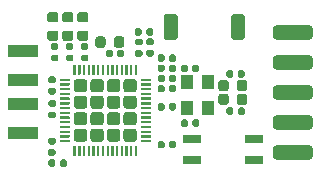
<source format=gbr>
%TF.GenerationSoftware,KiCad,Pcbnew,(5.1.6)-1*%
%TF.CreationDate,2022-01-16T18:26:27+08:00*%
%TF.ProjectId,esp32s2-uart,65737033-3273-4322-9d75-6172742e6b69,rev?*%
%TF.SameCoordinates,Original*%
%TF.FileFunction,Paste,Top*%
%TF.FilePolarity,Positive*%
%FSLAX46Y46*%
G04 Gerber Fmt 4.6, Leading zero omitted, Abs format (unit mm)*
G04 Created by KiCad (PCBNEW (5.1.6)-1) date 2022-01-16 18:26:27*
%MOMM*%
%LPD*%
G01*
G04 APERTURE LIST*
%ADD10R,1.550000X0.800000*%
%ADD11R,2.500000X1.100000*%
%ADD12R,1.000000X1.300000*%
G04 APERTURE END LIST*
D10*
%TO.C,SW1*%
X19523800Y2982800D03*
X24773800Y2982800D03*
X24773800Y1282800D03*
X19523800Y1282800D03*
%TD*%
D11*
%TO.C,J1*%
X5179600Y6010400D03*
X5179600Y8010400D03*
X5179600Y3510400D03*
X5179600Y10510400D03*
%TD*%
%TO.C,R9*%
G36*
G01*
X22420000Y8361900D02*
X22420000Y8706900D01*
G75*
G02*
X22567500Y8854400I147500J0D01*
G01*
X22862500Y8854400D01*
G75*
G02*
X23010000Y8706900I0J-147500D01*
G01*
X23010000Y8361900D01*
G75*
G02*
X22862500Y8214400I-147500J0D01*
G01*
X22567500Y8214400D01*
G75*
G02*
X22420000Y8361900I0J147500D01*
G01*
G37*
G36*
G01*
X23390000Y8361900D02*
X23390000Y8706900D01*
G75*
G02*
X23537500Y8854400I147500J0D01*
G01*
X23832500Y8854400D01*
G75*
G02*
X23980000Y8706900I0J-147500D01*
G01*
X23980000Y8361900D01*
G75*
G02*
X23832500Y8214400I-147500J0D01*
G01*
X23537500Y8214400D01*
G75*
G02*
X23390000Y8361900I0J147500D01*
G01*
G37*
%TD*%
%TO.C,R8*%
G36*
G01*
X22420000Y5202500D02*
X22420000Y5547500D01*
G75*
G02*
X22567500Y5695000I147500J0D01*
G01*
X22862500Y5695000D01*
G75*
G02*
X23010000Y5547500I0J-147500D01*
G01*
X23010000Y5202500D01*
G75*
G02*
X22862500Y5055000I-147500J0D01*
G01*
X22567500Y5055000D01*
G75*
G02*
X22420000Y5202500I0J147500D01*
G01*
G37*
G36*
G01*
X23390000Y5202500D02*
X23390000Y5547500D01*
G75*
G02*
X23537500Y5695000I147500J0D01*
G01*
X23832500Y5695000D01*
G75*
G02*
X23980000Y5547500I0J-147500D01*
G01*
X23980000Y5202500D01*
G75*
G02*
X23832500Y5055000I-147500J0D01*
G01*
X23537500Y5055000D01*
G75*
G02*
X23390000Y5202500I0J147500D01*
G01*
G37*
%TD*%
%TO.C,R4*%
G36*
G01*
X9316500Y9583200D02*
X8971500Y9583200D01*
G75*
G02*
X8824000Y9730700I0J147500D01*
G01*
X8824000Y10025700D01*
G75*
G02*
X8971500Y10173200I147500J0D01*
G01*
X9316500Y10173200D01*
G75*
G02*
X9464000Y10025700I0J-147500D01*
G01*
X9464000Y9730700D01*
G75*
G02*
X9316500Y9583200I-147500J0D01*
G01*
G37*
G36*
G01*
X9316500Y10553200D02*
X8971500Y10553200D01*
G75*
G02*
X8824000Y10700700I0J147500D01*
G01*
X8824000Y10995700D01*
G75*
G02*
X8971500Y11143200I147500J0D01*
G01*
X9316500Y11143200D01*
G75*
G02*
X9464000Y10995700I0J-147500D01*
G01*
X9464000Y10700700D01*
G75*
G02*
X9316500Y10553200I-147500J0D01*
G01*
G37*
%TD*%
%TO.C,R3*%
G36*
G01*
X10586500Y9583200D02*
X10241500Y9583200D01*
G75*
G02*
X10094000Y9730700I0J147500D01*
G01*
X10094000Y10025700D01*
G75*
G02*
X10241500Y10173200I147500J0D01*
G01*
X10586500Y10173200D01*
G75*
G02*
X10734000Y10025700I0J-147500D01*
G01*
X10734000Y9730700D01*
G75*
G02*
X10586500Y9583200I-147500J0D01*
G01*
G37*
G36*
G01*
X10586500Y10553200D02*
X10241500Y10553200D01*
G75*
G02*
X10094000Y10700700I0J147500D01*
G01*
X10094000Y10995700D01*
G75*
G02*
X10241500Y11143200I147500J0D01*
G01*
X10586500Y11143200D01*
G75*
G02*
X10734000Y10995700I0J-147500D01*
G01*
X10734000Y10700700D01*
G75*
G02*
X10586500Y10553200I-147500J0D01*
G01*
G37*
%TD*%
%TO.C,J3*%
G36*
G01*
X26356000Y11739600D02*
X26356000Y12339600D01*
G75*
G02*
X26656000Y12639600I300000J0D01*
G01*
X29456000Y12639600D01*
G75*
G02*
X29756000Y12339600I0J-300000D01*
G01*
X29756000Y11739600D01*
G75*
G02*
X29456000Y11439600I-300000J0D01*
G01*
X26656000Y11439600D01*
G75*
G02*
X26356000Y11739600I0J300000D01*
G01*
G37*
G36*
G01*
X26356000Y9199600D02*
X26356000Y9799600D01*
G75*
G02*
X26656000Y10099600I300000J0D01*
G01*
X29456000Y10099600D01*
G75*
G02*
X29756000Y9799600I0J-300000D01*
G01*
X29756000Y9199600D01*
G75*
G02*
X29456000Y8899600I-300000J0D01*
G01*
X26656000Y8899600D01*
G75*
G02*
X26356000Y9199600I0J300000D01*
G01*
G37*
G36*
G01*
X26356000Y6659600D02*
X26356000Y7259600D01*
G75*
G02*
X26656000Y7559600I300000J0D01*
G01*
X29456000Y7559600D01*
G75*
G02*
X29756000Y7259600I0J-300000D01*
G01*
X29756000Y6659600D01*
G75*
G02*
X29456000Y6359600I-300000J0D01*
G01*
X26656000Y6359600D01*
G75*
G02*
X26356000Y6659600I0J300000D01*
G01*
G37*
G36*
G01*
X26356000Y4119600D02*
X26356000Y4719600D01*
G75*
G02*
X26656000Y5019600I300000J0D01*
G01*
X29456000Y5019600D01*
G75*
G02*
X29756000Y4719600I0J-300000D01*
G01*
X29756000Y4119600D01*
G75*
G02*
X29456000Y3819600I-300000J0D01*
G01*
X26656000Y3819600D01*
G75*
G02*
X26356000Y4119600I0J300000D01*
G01*
G37*
G36*
G01*
X26356000Y1579600D02*
X26356000Y2179600D01*
G75*
G02*
X26656000Y2479600I300000J0D01*
G01*
X29456000Y2479600D01*
G75*
G02*
X29756000Y2179600I0J-300000D01*
G01*
X29756000Y1579600D01*
G75*
G02*
X29456000Y1279600I-300000J0D01*
G01*
X26656000Y1279600D01*
G75*
G02*
X26356000Y1579600I0J300000D01*
G01*
G37*
%TD*%
%TO.C,D2*%
G36*
G01*
X8735350Y13765400D02*
X9247850Y13765400D01*
G75*
G02*
X9466600Y13546650I0J-218750D01*
G01*
X9466600Y13109150D01*
G75*
G02*
X9247850Y12890400I-218750J0D01*
G01*
X8735350Y12890400D01*
G75*
G02*
X8516600Y13109150I0J218750D01*
G01*
X8516600Y13546650D01*
G75*
G02*
X8735350Y13765400I218750J0D01*
G01*
G37*
G36*
G01*
X8735350Y12190400D02*
X9247850Y12190400D01*
G75*
G02*
X9466600Y11971650I0J-218750D01*
G01*
X9466600Y11534150D01*
G75*
G02*
X9247850Y11315400I-218750J0D01*
G01*
X8735350Y11315400D01*
G75*
G02*
X8516600Y11534150I0J218750D01*
G01*
X8516600Y11971650D01*
G75*
G02*
X8735350Y12190400I218750J0D01*
G01*
G37*
%TD*%
%TO.C,D1*%
G36*
G01*
X10005350Y13772600D02*
X10517850Y13772600D01*
G75*
G02*
X10736600Y13553850I0J-218750D01*
G01*
X10736600Y13116350D01*
G75*
G02*
X10517850Y12897600I-218750J0D01*
G01*
X10005350Y12897600D01*
G75*
G02*
X9786600Y13116350I0J218750D01*
G01*
X9786600Y13553850D01*
G75*
G02*
X10005350Y13772600I218750J0D01*
G01*
G37*
G36*
G01*
X10005350Y12197600D02*
X10517850Y12197600D01*
G75*
G02*
X10736600Y11978850I0J-218750D01*
G01*
X10736600Y11541350D01*
G75*
G02*
X10517850Y11322600I-218750J0D01*
G01*
X10005350Y11322600D01*
G75*
G02*
X9786600Y11541350I0J218750D01*
G01*
X9786600Y11978850D01*
G75*
G02*
X10005350Y12197600I218750J0D01*
G01*
G37*
%TD*%
%TO.C,C10*%
G36*
G01*
X20134800Y4541300D02*
X20134800Y4196300D01*
G75*
G02*
X19987300Y4048800I-147500J0D01*
G01*
X19692300Y4048800D01*
G75*
G02*
X19544800Y4196300I0J147500D01*
G01*
X19544800Y4541300D01*
G75*
G02*
X19692300Y4688800I147500J0D01*
G01*
X19987300Y4688800D01*
G75*
G02*
X20134800Y4541300I0J-147500D01*
G01*
G37*
G36*
G01*
X19164800Y4541300D02*
X19164800Y4196300D01*
G75*
G02*
X19017300Y4048800I-147500J0D01*
G01*
X18722300Y4048800D01*
G75*
G02*
X18574800Y4196300I0J147500D01*
G01*
X18574800Y4541300D01*
G75*
G02*
X18722300Y4688800I147500J0D01*
G01*
X19017300Y4688800D01*
G75*
G02*
X19164800Y4541300I0J-147500D01*
G01*
G37*
%TD*%
%TO.C,C8*%
G36*
G01*
X18574800Y8819100D02*
X18574800Y9164100D01*
G75*
G02*
X18722300Y9311600I147500J0D01*
G01*
X19017300Y9311600D01*
G75*
G02*
X19164800Y9164100I0J-147500D01*
G01*
X19164800Y8819100D01*
G75*
G02*
X19017300Y8671600I-147500J0D01*
G01*
X18722300Y8671600D01*
G75*
G02*
X18574800Y8819100I0J147500D01*
G01*
G37*
G36*
G01*
X19544800Y8819100D02*
X19544800Y9164100D01*
G75*
G02*
X19692300Y9311600I147500J0D01*
G01*
X19987300Y9311600D01*
G75*
G02*
X20134800Y9164100I0J-147500D01*
G01*
X20134800Y8819100D01*
G75*
G02*
X19987300Y8671600I-147500J0D01*
G01*
X19692300Y8671600D01*
G75*
G02*
X19544800Y8819100I0J147500D01*
G01*
G37*
%TD*%
%TO.C,AE1*%
G36*
G01*
X17102000Y11652599D02*
X17102000Y13352601D01*
G75*
G02*
X17351999Y13602600I249999J0D01*
G01*
X18052001Y13602600D01*
G75*
G02*
X18302000Y13352601I0J-249999D01*
G01*
X18302000Y11652599D01*
G75*
G02*
X18052001Y11402600I-249999J0D01*
G01*
X17351999Y11402600D01*
G75*
G02*
X17102000Y11652599I0J249999D01*
G01*
G37*
G36*
G01*
X22802000Y11652599D02*
X22802000Y13352601D01*
G75*
G02*
X23051999Y13602600I249999J0D01*
G01*
X23752001Y13602600D01*
G75*
G02*
X24002000Y13352601I0J-249999D01*
G01*
X24002000Y11652599D01*
G75*
G02*
X23752001Y11402600I-249999J0D01*
G01*
X23051999Y11402600D01*
G75*
G02*
X22802000Y11652599I0J249999D01*
G01*
G37*
%TD*%
D12*
%TO.C,Y1*%
X20864400Y5605600D03*
X20864400Y7805600D03*
X19064400Y7805600D03*
X19064400Y5605600D03*
%TD*%
%TO.C,U3*%
G36*
G01*
X14720000Y9311599D02*
X14820000Y9311599D01*
G75*
G02*
X14870000Y9261599I0J-50000D01*
G01*
X14870000Y8486599D01*
G75*
G02*
X14820000Y8436599I-50000J0D01*
G01*
X14720000Y8436599D01*
G75*
G02*
X14670000Y8486599I0J50000D01*
G01*
X14670000Y9261599D01*
G75*
G02*
X14720000Y9311599I50000J0D01*
G01*
G37*
G36*
G01*
X14320000Y9311599D02*
X14420000Y9311599D01*
G75*
G02*
X14470000Y9261599I0J-50000D01*
G01*
X14470000Y8486599D01*
G75*
G02*
X14420000Y8436599I-50000J0D01*
G01*
X14320000Y8436599D01*
G75*
G02*
X14270000Y8486599I0J50000D01*
G01*
X14270000Y9261599D01*
G75*
G02*
X14320000Y9311599I50000J0D01*
G01*
G37*
G36*
G01*
X13920000Y9311599D02*
X14020000Y9311599D01*
G75*
G02*
X14070000Y9261599I0J-50000D01*
G01*
X14070000Y8486599D01*
G75*
G02*
X14020000Y8436599I-50000J0D01*
G01*
X13920000Y8436599D01*
G75*
G02*
X13870000Y8486599I0J50000D01*
G01*
X13870000Y9261599D01*
G75*
G02*
X13920000Y9311599I50000J0D01*
G01*
G37*
G36*
G01*
X13520000Y9311599D02*
X13620000Y9311599D01*
G75*
G02*
X13670000Y9261599I0J-50000D01*
G01*
X13670000Y8486599D01*
G75*
G02*
X13620000Y8436599I-50000J0D01*
G01*
X13520000Y8436599D01*
G75*
G02*
X13470000Y8486599I0J50000D01*
G01*
X13470000Y9261599D01*
G75*
G02*
X13520000Y9311599I50000J0D01*
G01*
G37*
G36*
G01*
X13120000Y9311599D02*
X13220000Y9311599D01*
G75*
G02*
X13270000Y9261599I0J-50000D01*
G01*
X13270000Y8486599D01*
G75*
G02*
X13220000Y8436599I-50000J0D01*
G01*
X13120000Y8436599D01*
G75*
G02*
X13070000Y8486599I0J50000D01*
G01*
X13070000Y9261599D01*
G75*
G02*
X13120000Y9311599I50000J0D01*
G01*
G37*
G36*
G01*
X12720000Y9311599D02*
X12820000Y9311599D01*
G75*
G02*
X12870000Y9261599I0J-50000D01*
G01*
X12870000Y8486599D01*
G75*
G02*
X12820000Y8436599I-50000J0D01*
G01*
X12720000Y8436599D01*
G75*
G02*
X12670000Y8486599I0J50000D01*
G01*
X12670000Y9261599D01*
G75*
G02*
X12720000Y9311599I50000J0D01*
G01*
G37*
G36*
G01*
X12320000Y9311599D02*
X12420000Y9311599D01*
G75*
G02*
X12470000Y9261599I0J-50000D01*
G01*
X12470000Y8486599D01*
G75*
G02*
X12420000Y8436599I-50000J0D01*
G01*
X12320000Y8436599D01*
G75*
G02*
X12270000Y8486599I0J50000D01*
G01*
X12270000Y9261599D01*
G75*
G02*
X12320000Y9311599I50000J0D01*
G01*
G37*
G36*
G01*
X11920000Y9311599D02*
X12020000Y9311599D01*
G75*
G02*
X12070000Y9261599I0J-50000D01*
G01*
X12070000Y8486599D01*
G75*
G02*
X12020000Y8436599I-50000J0D01*
G01*
X11920000Y8436599D01*
G75*
G02*
X11870000Y8486599I0J50000D01*
G01*
X11870000Y9261599D01*
G75*
G02*
X11920000Y9311599I50000J0D01*
G01*
G37*
G36*
G01*
X11520000Y9311599D02*
X11620000Y9311599D01*
G75*
G02*
X11670000Y9261599I0J-50000D01*
G01*
X11670000Y8486599D01*
G75*
G02*
X11620000Y8436599I-50000J0D01*
G01*
X11520000Y8436599D01*
G75*
G02*
X11470000Y8486599I0J50000D01*
G01*
X11470000Y9261599D01*
G75*
G02*
X11520000Y9311599I50000J0D01*
G01*
G37*
G36*
G01*
X11120000Y9311599D02*
X11220000Y9311599D01*
G75*
G02*
X11270000Y9261599I0J-50000D01*
G01*
X11270000Y8486599D01*
G75*
G02*
X11220000Y8436599I-50000J0D01*
G01*
X11120000Y8436599D01*
G75*
G02*
X11070000Y8486599I0J50000D01*
G01*
X11070000Y9261599D01*
G75*
G02*
X11120000Y9311599I50000J0D01*
G01*
G37*
G36*
G01*
X10720000Y9311599D02*
X10820000Y9311599D01*
G75*
G02*
X10870000Y9261599I0J-50000D01*
G01*
X10870000Y8486599D01*
G75*
G02*
X10820000Y8436599I-50000J0D01*
G01*
X10720000Y8436599D01*
G75*
G02*
X10670000Y8486599I0J50000D01*
G01*
X10670000Y9261599D01*
G75*
G02*
X10720000Y9311599I50000J0D01*
G01*
G37*
G36*
G01*
X10320000Y9311599D02*
X10420000Y9311599D01*
G75*
G02*
X10470000Y9261599I0J-50000D01*
G01*
X10470000Y8486599D01*
G75*
G02*
X10420000Y8436599I-50000J0D01*
G01*
X10320000Y8436599D01*
G75*
G02*
X10270000Y8486599I0J50000D01*
G01*
X10270000Y9261599D01*
G75*
G02*
X10320000Y9311599I50000J0D01*
G01*
G37*
G36*
G01*
X9920000Y9311599D02*
X10020000Y9311599D01*
G75*
G02*
X10070000Y9261599I0J-50000D01*
G01*
X10070000Y8486599D01*
G75*
G02*
X10020000Y8436599I-50000J0D01*
G01*
X9920000Y8436599D01*
G75*
G02*
X9870000Y8486599I0J50000D01*
G01*
X9870000Y9261599D01*
G75*
G02*
X9920000Y9311599I50000J0D01*
G01*
G37*
G36*
G01*
X9520000Y9311599D02*
X9620000Y9311599D01*
G75*
G02*
X9670000Y9261599I0J-50000D01*
G01*
X9670000Y8486599D01*
G75*
G02*
X9620000Y8436599I-50000J0D01*
G01*
X9520000Y8436599D01*
G75*
G02*
X9470000Y8486599I0J50000D01*
G01*
X9470000Y9261599D01*
G75*
G02*
X9520000Y9311599I50000J0D01*
G01*
G37*
G36*
G01*
X8345000Y8136599D02*
X9120000Y8136599D01*
G75*
G02*
X9170000Y8086599I0J-50000D01*
G01*
X9170000Y7986599D01*
G75*
G02*
X9120000Y7936599I-50000J0D01*
G01*
X8345000Y7936599D01*
G75*
G02*
X8295000Y7986599I0J50000D01*
G01*
X8295000Y8086599D01*
G75*
G02*
X8345000Y8136599I50000J0D01*
G01*
G37*
G36*
G01*
X8345000Y7736599D02*
X9120000Y7736599D01*
G75*
G02*
X9170000Y7686599I0J-50000D01*
G01*
X9170000Y7586599D01*
G75*
G02*
X9120000Y7536599I-50000J0D01*
G01*
X8345000Y7536599D01*
G75*
G02*
X8295000Y7586599I0J50000D01*
G01*
X8295000Y7686599D01*
G75*
G02*
X8345000Y7736599I50000J0D01*
G01*
G37*
G36*
G01*
X8345000Y7336599D02*
X9120000Y7336599D01*
G75*
G02*
X9170000Y7286599I0J-50000D01*
G01*
X9170000Y7186599D01*
G75*
G02*
X9120000Y7136599I-50000J0D01*
G01*
X8345000Y7136599D01*
G75*
G02*
X8295000Y7186599I0J50000D01*
G01*
X8295000Y7286599D01*
G75*
G02*
X8345000Y7336599I50000J0D01*
G01*
G37*
G36*
G01*
X8345000Y6936599D02*
X9120000Y6936599D01*
G75*
G02*
X9170000Y6886599I0J-50000D01*
G01*
X9170000Y6786599D01*
G75*
G02*
X9120000Y6736599I-50000J0D01*
G01*
X8345000Y6736599D01*
G75*
G02*
X8295000Y6786599I0J50000D01*
G01*
X8295000Y6886599D01*
G75*
G02*
X8345000Y6936599I50000J0D01*
G01*
G37*
G36*
G01*
X8345000Y6536599D02*
X9120000Y6536599D01*
G75*
G02*
X9170000Y6486599I0J-50000D01*
G01*
X9170000Y6386599D01*
G75*
G02*
X9120000Y6336599I-50000J0D01*
G01*
X8345000Y6336599D01*
G75*
G02*
X8295000Y6386599I0J50000D01*
G01*
X8295000Y6486599D01*
G75*
G02*
X8345000Y6536599I50000J0D01*
G01*
G37*
G36*
G01*
X8345000Y6136599D02*
X9120000Y6136599D01*
G75*
G02*
X9170000Y6086599I0J-50000D01*
G01*
X9170000Y5986599D01*
G75*
G02*
X9120000Y5936599I-50000J0D01*
G01*
X8345000Y5936599D01*
G75*
G02*
X8295000Y5986599I0J50000D01*
G01*
X8295000Y6086599D01*
G75*
G02*
X8345000Y6136599I50000J0D01*
G01*
G37*
G36*
G01*
X8345000Y5736599D02*
X9120000Y5736599D01*
G75*
G02*
X9170000Y5686599I0J-50000D01*
G01*
X9170000Y5586599D01*
G75*
G02*
X9120000Y5536599I-50000J0D01*
G01*
X8345000Y5536599D01*
G75*
G02*
X8295000Y5586599I0J50000D01*
G01*
X8295000Y5686599D01*
G75*
G02*
X8345000Y5736599I50000J0D01*
G01*
G37*
G36*
G01*
X8345000Y5336599D02*
X9120000Y5336599D01*
G75*
G02*
X9170000Y5286599I0J-50000D01*
G01*
X9170000Y5186599D01*
G75*
G02*
X9120000Y5136599I-50000J0D01*
G01*
X8345000Y5136599D01*
G75*
G02*
X8295000Y5186599I0J50000D01*
G01*
X8295000Y5286599D01*
G75*
G02*
X8345000Y5336599I50000J0D01*
G01*
G37*
G36*
G01*
X8345000Y4936599D02*
X9120000Y4936599D01*
G75*
G02*
X9170000Y4886599I0J-50000D01*
G01*
X9170000Y4786599D01*
G75*
G02*
X9120000Y4736599I-50000J0D01*
G01*
X8345000Y4736599D01*
G75*
G02*
X8295000Y4786599I0J50000D01*
G01*
X8295000Y4886599D01*
G75*
G02*
X8345000Y4936599I50000J0D01*
G01*
G37*
G36*
G01*
X8345000Y4536599D02*
X9120000Y4536599D01*
G75*
G02*
X9170000Y4486599I0J-50000D01*
G01*
X9170000Y4386599D01*
G75*
G02*
X9120000Y4336599I-50000J0D01*
G01*
X8345000Y4336599D01*
G75*
G02*
X8295000Y4386599I0J50000D01*
G01*
X8295000Y4486599D01*
G75*
G02*
X8345000Y4536599I50000J0D01*
G01*
G37*
G36*
G01*
X8345000Y4136599D02*
X9120000Y4136599D01*
G75*
G02*
X9170000Y4086599I0J-50000D01*
G01*
X9170000Y3986599D01*
G75*
G02*
X9120000Y3936599I-50000J0D01*
G01*
X8345000Y3936599D01*
G75*
G02*
X8295000Y3986599I0J50000D01*
G01*
X8295000Y4086599D01*
G75*
G02*
X8345000Y4136599I50000J0D01*
G01*
G37*
G36*
G01*
X8345000Y3736599D02*
X9120000Y3736599D01*
G75*
G02*
X9170000Y3686599I0J-50000D01*
G01*
X9170000Y3586599D01*
G75*
G02*
X9120000Y3536599I-50000J0D01*
G01*
X8345000Y3536599D01*
G75*
G02*
X8295000Y3586599I0J50000D01*
G01*
X8295000Y3686599D01*
G75*
G02*
X8345000Y3736599I50000J0D01*
G01*
G37*
G36*
G01*
X8345000Y3336599D02*
X9120000Y3336599D01*
G75*
G02*
X9170000Y3286599I0J-50000D01*
G01*
X9170000Y3186599D01*
G75*
G02*
X9120000Y3136599I-50000J0D01*
G01*
X8345000Y3136599D01*
G75*
G02*
X8295000Y3186599I0J50000D01*
G01*
X8295000Y3286599D01*
G75*
G02*
X8345000Y3336599I50000J0D01*
G01*
G37*
G36*
G01*
X8345000Y2936599D02*
X9120000Y2936599D01*
G75*
G02*
X9170000Y2886599I0J-50000D01*
G01*
X9170000Y2786599D01*
G75*
G02*
X9120000Y2736599I-50000J0D01*
G01*
X8345000Y2736599D01*
G75*
G02*
X8295000Y2786599I0J50000D01*
G01*
X8295000Y2886599D01*
G75*
G02*
X8345000Y2936599I50000J0D01*
G01*
G37*
G36*
G01*
X9520000Y2436599D02*
X9620000Y2436599D01*
G75*
G02*
X9670000Y2386599I0J-50000D01*
G01*
X9670000Y1611599D01*
G75*
G02*
X9620000Y1561599I-50000J0D01*
G01*
X9520000Y1561599D01*
G75*
G02*
X9470000Y1611599I0J50000D01*
G01*
X9470000Y2386599D01*
G75*
G02*
X9520000Y2436599I50000J0D01*
G01*
G37*
G36*
G01*
X9920000Y2436599D02*
X10020000Y2436599D01*
G75*
G02*
X10070000Y2386599I0J-50000D01*
G01*
X10070000Y1611599D01*
G75*
G02*
X10020000Y1561599I-50000J0D01*
G01*
X9920000Y1561599D01*
G75*
G02*
X9870000Y1611599I0J50000D01*
G01*
X9870000Y2386599D01*
G75*
G02*
X9920000Y2436599I50000J0D01*
G01*
G37*
G36*
G01*
X10320000Y2436599D02*
X10420000Y2436599D01*
G75*
G02*
X10470000Y2386599I0J-50000D01*
G01*
X10470000Y1611599D01*
G75*
G02*
X10420000Y1561599I-50000J0D01*
G01*
X10320000Y1561599D01*
G75*
G02*
X10270000Y1611599I0J50000D01*
G01*
X10270000Y2386599D01*
G75*
G02*
X10320000Y2436599I50000J0D01*
G01*
G37*
G36*
G01*
X10720000Y2436599D02*
X10820000Y2436599D01*
G75*
G02*
X10870000Y2386599I0J-50000D01*
G01*
X10870000Y1611599D01*
G75*
G02*
X10820000Y1561599I-50000J0D01*
G01*
X10720000Y1561599D01*
G75*
G02*
X10670000Y1611599I0J50000D01*
G01*
X10670000Y2386599D01*
G75*
G02*
X10720000Y2436599I50000J0D01*
G01*
G37*
G36*
G01*
X11120000Y2436599D02*
X11220000Y2436599D01*
G75*
G02*
X11270000Y2386599I0J-50000D01*
G01*
X11270000Y1611599D01*
G75*
G02*
X11220000Y1561599I-50000J0D01*
G01*
X11120000Y1561599D01*
G75*
G02*
X11070000Y1611599I0J50000D01*
G01*
X11070000Y2386599D01*
G75*
G02*
X11120000Y2436599I50000J0D01*
G01*
G37*
G36*
G01*
X11520000Y2436599D02*
X11620000Y2436599D01*
G75*
G02*
X11670000Y2386599I0J-50000D01*
G01*
X11670000Y1611599D01*
G75*
G02*
X11620000Y1561599I-50000J0D01*
G01*
X11520000Y1561599D01*
G75*
G02*
X11470000Y1611599I0J50000D01*
G01*
X11470000Y2386599D01*
G75*
G02*
X11520000Y2436599I50000J0D01*
G01*
G37*
G36*
G01*
X11920000Y2436599D02*
X12020000Y2436599D01*
G75*
G02*
X12070000Y2386599I0J-50000D01*
G01*
X12070000Y1611599D01*
G75*
G02*
X12020000Y1561599I-50000J0D01*
G01*
X11920000Y1561599D01*
G75*
G02*
X11870000Y1611599I0J50000D01*
G01*
X11870000Y2386599D01*
G75*
G02*
X11920000Y2436599I50000J0D01*
G01*
G37*
G36*
G01*
X12320000Y2436599D02*
X12420000Y2436599D01*
G75*
G02*
X12470000Y2386599I0J-50000D01*
G01*
X12470000Y1611599D01*
G75*
G02*
X12420000Y1561599I-50000J0D01*
G01*
X12320000Y1561599D01*
G75*
G02*
X12270000Y1611599I0J50000D01*
G01*
X12270000Y2386599D01*
G75*
G02*
X12320000Y2436599I50000J0D01*
G01*
G37*
G36*
G01*
X12720000Y2436599D02*
X12820000Y2436599D01*
G75*
G02*
X12870000Y2386599I0J-50000D01*
G01*
X12870000Y1611599D01*
G75*
G02*
X12820000Y1561599I-50000J0D01*
G01*
X12720000Y1561599D01*
G75*
G02*
X12670000Y1611599I0J50000D01*
G01*
X12670000Y2386599D01*
G75*
G02*
X12720000Y2436599I50000J0D01*
G01*
G37*
G36*
G01*
X13120000Y2436599D02*
X13220000Y2436599D01*
G75*
G02*
X13270000Y2386599I0J-50000D01*
G01*
X13270000Y1611599D01*
G75*
G02*
X13220000Y1561599I-50000J0D01*
G01*
X13120000Y1561599D01*
G75*
G02*
X13070000Y1611599I0J50000D01*
G01*
X13070000Y2386599D01*
G75*
G02*
X13120000Y2436599I50000J0D01*
G01*
G37*
G36*
G01*
X13520000Y2436599D02*
X13620000Y2436599D01*
G75*
G02*
X13670000Y2386599I0J-50000D01*
G01*
X13670000Y1611599D01*
G75*
G02*
X13620000Y1561599I-50000J0D01*
G01*
X13520000Y1561599D01*
G75*
G02*
X13470000Y1611599I0J50000D01*
G01*
X13470000Y2386599D01*
G75*
G02*
X13520000Y2436599I50000J0D01*
G01*
G37*
G36*
G01*
X13920000Y2436599D02*
X14020000Y2436599D01*
G75*
G02*
X14070000Y2386599I0J-50000D01*
G01*
X14070000Y1611599D01*
G75*
G02*
X14020000Y1561599I-50000J0D01*
G01*
X13920000Y1561599D01*
G75*
G02*
X13870000Y1611599I0J50000D01*
G01*
X13870000Y2386599D01*
G75*
G02*
X13920000Y2436599I50000J0D01*
G01*
G37*
G36*
G01*
X14320000Y2436599D02*
X14420000Y2436599D01*
G75*
G02*
X14470000Y2386599I0J-50000D01*
G01*
X14470000Y1611599D01*
G75*
G02*
X14420000Y1561599I-50000J0D01*
G01*
X14320000Y1561599D01*
G75*
G02*
X14270000Y1611599I0J50000D01*
G01*
X14270000Y2386599D01*
G75*
G02*
X14320000Y2436599I50000J0D01*
G01*
G37*
G36*
G01*
X14720000Y2436599D02*
X14820000Y2436599D01*
G75*
G02*
X14870000Y2386599I0J-50000D01*
G01*
X14870000Y1611599D01*
G75*
G02*
X14820000Y1561599I-50000J0D01*
G01*
X14720000Y1561599D01*
G75*
G02*
X14670000Y1611599I0J50000D01*
G01*
X14670000Y2386599D01*
G75*
G02*
X14720000Y2436599I50000J0D01*
G01*
G37*
G36*
G01*
X15220000Y2936599D02*
X15995000Y2936599D01*
G75*
G02*
X16045000Y2886599I0J-50000D01*
G01*
X16045000Y2786599D01*
G75*
G02*
X15995000Y2736599I-50000J0D01*
G01*
X15220000Y2736599D01*
G75*
G02*
X15170000Y2786599I0J50000D01*
G01*
X15170000Y2886599D01*
G75*
G02*
X15220000Y2936599I50000J0D01*
G01*
G37*
G36*
G01*
X15220000Y3336599D02*
X15995000Y3336599D01*
G75*
G02*
X16045000Y3286599I0J-50000D01*
G01*
X16045000Y3186599D01*
G75*
G02*
X15995000Y3136599I-50000J0D01*
G01*
X15220000Y3136599D01*
G75*
G02*
X15170000Y3186599I0J50000D01*
G01*
X15170000Y3286599D01*
G75*
G02*
X15220000Y3336599I50000J0D01*
G01*
G37*
G36*
G01*
X15220000Y3736599D02*
X15995000Y3736599D01*
G75*
G02*
X16045000Y3686599I0J-50000D01*
G01*
X16045000Y3586599D01*
G75*
G02*
X15995000Y3536599I-50000J0D01*
G01*
X15220000Y3536599D01*
G75*
G02*
X15170000Y3586599I0J50000D01*
G01*
X15170000Y3686599D01*
G75*
G02*
X15220000Y3736599I50000J0D01*
G01*
G37*
G36*
G01*
X15220000Y4136599D02*
X15995000Y4136599D01*
G75*
G02*
X16045000Y4086599I0J-50000D01*
G01*
X16045000Y3986599D01*
G75*
G02*
X15995000Y3936599I-50000J0D01*
G01*
X15220000Y3936599D01*
G75*
G02*
X15170000Y3986599I0J50000D01*
G01*
X15170000Y4086599D01*
G75*
G02*
X15220000Y4136599I50000J0D01*
G01*
G37*
G36*
G01*
X15220000Y4536599D02*
X15995000Y4536599D01*
G75*
G02*
X16045000Y4486599I0J-50000D01*
G01*
X16045000Y4386599D01*
G75*
G02*
X15995000Y4336599I-50000J0D01*
G01*
X15220000Y4336599D01*
G75*
G02*
X15170000Y4386599I0J50000D01*
G01*
X15170000Y4486599D01*
G75*
G02*
X15220000Y4536599I50000J0D01*
G01*
G37*
G36*
G01*
X15220000Y4936599D02*
X15995000Y4936599D01*
G75*
G02*
X16045000Y4886599I0J-50000D01*
G01*
X16045000Y4786599D01*
G75*
G02*
X15995000Y4736599I-50000J0D01*
G01*
X15220000Y4736599D01*
G75*
G02*
X15170000Y4786599I0J50000D01*
G01*
X15170000Y4886599D01*
G75*
G02*
X15220000Y4936599I50000J0D01*
G01*
G37*
G36*
G01*
X15220000Y5336599D02*
X15995000Y5336599D01*
G75*
G02*
X16045000Y5286599I0J-50000D01*
G01*
X16045000Y5186599D01*
G75*
G02*
X15995000Y5136599I-50000J0D01*
G01*
X15220000Y5136599D01*
G75*
G02*
X15170000Y5186599I0J50000D01*
G01*
X15170000Y5286599D01*
G75*
G02*
X15220000Y5336599I50000J0D01*
G01*
G37*
G36*
G01*
X15220000Y5736599D02*
X15995000Y5736599D01*
G75*
G02*
X16045000Y5686599I0J-50000D01*
G01*
X16045000Y5586599D01*
G75*
G02*
X15995000Y5536599I-50000J0D01*
G01*
X15220000Y5536599D01*
G75*
G02*
X15170000Y5586599I0J50000D01*
G01*
X15170000Y5686599D01*
G75*
G02*
X15220000Y5736599I50000J0D01*
G01*
G37*
G36*
G01*
X15220000Y6136599D02*
X15995000Y6136599D01*
G75*
G02*
X16045000Y6086599I0J-50000D01*
G01*
X16045000Y5986599D01*
G75*
G02*
X15995000Y5936599I-50000J0D01*
G01*
X15220000Y5936599D01*
G75*
G02*
X15170000Y5986599I0J50000D01*
G01*
X15170000Y6086599D01*
G75*
G02*
X15220000Y6136599I50000J0D01*
G01*
G37*
G36*
G01*
X15220000Y6536599D02*
X15995000Y6536599D01*
G75*
G02*
X16045000Y6486599I0J-50000D01*
G01*
X16045000Y6386599D01*
G75*
G02*
X15995000Y6336599I-50000J0D01*
G01*
X15220000Y6336599D01*
G75*
G02*
X15170000Y6386599I0J50000D01*
G01*
X15170000Y6486599D01*
G75*
G02*
X15220000Y6536599I50000J0D01*
G01*
G37*
G36*
G01*
X15220000Y6936599D02*
X15995000Y6936599D01*
G75*
G02*
X16045000Y6886599I0J-50000D01*
G01*
X16045000Y6786599D01*
G75*
G02*
X15995000Y6736599I-50000J0D01*
G01*
X15220000Y6736599D01*
G75*
G02*
X15170000Y6786599I0J50000D01*
G01*
X15170000Y6886599D01*
G75*
G02*
X15220000Y6936599I50000J0D01*
G01*
G37*
G36*
G01*
X15220000Y7336599D02*
X15995000Y7336599D01*
G75*
G02*
X16045000Y7286599I0J-50000D01*
G01*
X16045000Y7186599D01*
G75*
G02*
X15995000Y7136599I-50000J0D01*
G01*
X15220000Y7136599D01*
G75*
G02*
X15170000Y7186599I0J50000D01*
G01*
X15170000Y7286599D01*
G75*
G02*
X15220000Y7336599I50000J0D01*
G01*
G37*
G36*
G01*
X15220000Y7736599D02*
X15995000Y7736599D01*
G75*
G02*
X16045000Y7686599I0J-50000D01*
G01*
X16045000Y7586599D01*
G75*
G02*
X15995000Y7536599I-50000J0D01*
G01*
X15220000Y7536599D01*
G75*
G02*
X15170000Y7586599I0J50000D01*
G01*
X15170000Y7686599D01*
G75*
G02*
X15220000Y7736599I50000J0D01*
G01*
G37*
G36*
G01*
X15220000Y8136599D02*
X15995000Y8136599D01*
G75*
G02*
X16045000Y8086599I0J-50000D01*
G01*
X16045000Y7986599D01*
G75*
G02*
X15995000Y7936599I-50000J0D01*
G01*
X15220000Y7936599D01*
G75*
G02*
X15170000Y7986599I0J50000D01*
G01*
X15170000Y8086599D01*
G75*
G02*
X15220000Y8136599I50000J0D01*
G01*
G37*
G36*
G01*
X13955000Y8101599D02*
X14585000Y8101599D01*
G75*
G02*
X14835000Y7851599I0J-250000D01*
G01*
X14835000Y7221599D01*
G75*
G02*
X14585000Y6971599I-250000J0D01*
G01*
X13955000Y6971599D01*
G75*
G02*
X13705000Y7221599I0J250000D01*
G01*
X13705000Y7851599D01*
G75*
G02*
X13955000Y8101599I250000J0D01*
G01*
G37*
G36*
G01*
X12555000Y8101599D02*
X13185000Y8101599D01*
G75*
G02*
X13435000Y7851599I0J-250000D01*
G01*
X13435000Y7221599D01*
G75*
G02*
X13185000Y6971599I-250000J0D01*
G01*
X12555000Y6971599D01*
G75*
G02*
X12305000Y7221599I0J250000D01*
G01*
X12305000Y7851599D01*
G75*
G02*
X12555000Y8101599I250000J0D01*
G01*
G37*
G36*
G01*
X11155000Y8101599D02*
X11785000Y8101599D01*
G75*
G02*
X12035000Y7851599I0J-250000D01*
G01*
X12035000Y7221599D01*
G75*
G02*
X11785000Y6971599I-250000J0D01*
G01*
X11155000Y6971599D01*
G75*
G02*
X10905000Y7221599I0J250000D01*
G01*
X10905000Y7851599D01*
G75*
G02*
X11155000Y8101599I250000J0D01*
G01*
G37*
G36*
G01*
X9755000Y8101599D02*
X10385000Y8101599D01*
G75*
G02*
X10635000Y7851599I0J-250000D01*
G01*
X10635000Y7221599D01*
G75*
G02*
X10385000Y6971599I-250000J0D01*
G01*
X9755000Y6971599D01*
G75*
G02*
X9505000Y7221599I0J250000D01*
G01*
X9505000Y7851599D01*
G75*
G02*
X9755000Y8101599I250000J0D01*
G01*
G37*
G36*
G01*
X13955000Y6701599D02*
X14585000Y6701599D01*
G75*
G02*
X14835000Y6451599I0J-250000D01*
G01*
X14835000Y5821599D01*
G75*
G02*
X14585000Y5571599I-250000J0D01*
G01*
X13955000Y5571599D01*
G75*
G02*
X13705000Y5821599I0J250000D01*
G01*
X13705000Y6451599D01*
G75*
G02*
X13955000Y6701599I250000J0D01*
G01*
G37*
G36*
G01*
X12555000Y6701599D02*
X13185000Y6701599D01*
G75*
G02*
X13435000Y6451599I0J-250000D01*
G01*
X13435000Y5821599D01*
G75*
G02*
X13185000Y5571599I-250000J0D01*
G01*
X12555000Y5571599D01*
G75*
G02*
X12305000Y5821599I0J250000D01*
G01*
X12305000Y6451599D01*
G75*
G02*
X12555000Y6701599I250000J0D01*
G01*
G37*
G36*
G01*
X11155000Y6701599D02*
X11785000Y6701599D01*
G75*
G02*
X12035000Y6451599I0J-250000D01*
G01*
X12035000Y5821599D01*
G75*
G02*
X11785000Y5571599I-250000J0D01*
G01*
X11155000Y5571599D01*
G75*
G02*
X10905000Y5821599I0J250000D01*
G01*
X10905000Y6451599D01*
G75*
G02*
X11155000Y6701599I250000J0D01*
G01*
G37*
G36*
G01*
X9755000Y6701599D02*
X10385000Y6701599D01*
G75*
G02*
X10635000Y6451599I0J-250000D01*
G01*
X10635000Y5821599D01*
G75*
G02*
X10385000Y5571599I-250000J0D01*
G01*
X9755000Y5571599D01*
G75*
G02*
X9505000Y5821599I0J250000D01*
G01*
X9505000Y6451599D01*
G75*
G02*
X9755000Y6701599I250000J0D01*
G01*
G37*
G36*
G01*
X13955000Y5301599D02*
X14585000Y5301599D01*
G75*
G02*
X14835000Y5051599I0J-250000D01*
G01*
X14835000Y4421599D01*
G75*
G02*
X14585000Y4171599I-250000J0D01*
G01*
X13955000Y4171599D01*
G75*
G02*
X13705000Y4421599I0J250000D01*
G01*
X13705000Y5051599D01*
G75*
G02*
X13955000Y5301599I250000J0D01*
G01*
G37*
G36*
G01*
X12555000Y5301599D02*
X13185000Y5301599D01*
G75*
G02*
X13435000Y5051599I0J-250000D01*
G01*
X13435000Y4421599D01*
G75*
G02*
X13185000Y4171599I-250000J0D01*
G01*
X12555000Y4171599D01*
G75*
G02*
X12305000Y4421599I0J250000D01*
G01*
X12305000Y5051599D01*
G75*
G02*
X12555000Y5301599I250000J0D01*
G01*
G37*
G36*
G01*
X11155000Y5301599D02*
X11785000Y5301599D01*
G75*
G02*
X12035000Y5051599I0J-250000D01*
G01*
X12035000Y4421599D01*
G75*
G02*
X11785000Y4171599I-250000J0D01*
G01*
X11155000Y4171599D01*
G75*
G02*
X10905000Y4421599I0J250000D01*
G01*
X10905000Y5051599D01*
G75*
G02*
X11155000Y5301599I250000J0D01*
G01*
G37*
G36*
G01*
X9755000Y5301599D02*
X10385000Y5301599D01*
G75*
G02*
X10635000Y5051599I0J-250000D01*
G01*
X10635000Y4421599D01*
G75*
G02*
X10385000Y4171599I-250000J0D01*
G01*
X9755000Y4171599D01*
G75*
G02*
X9505000Y4421599I0J250000D01*
G01*
X9505000Y5051599D01*
G75*
G02*
X9755000Y5301599I250000J0D01*
G01*
G37*
G36*
G01*
X13955000Y3901599D02*
X14585000Y3901599D01*
G75*
G02*
X14835000Y3651599I0J-250000D01*
G01*
X14835000Y3021599D01*
G75*
G02*
X14585000Y2771599I-250000J0D01*
G01*
X13955000Y2771599D01*
G75*
G02*
X13705000Y3021599I0J250000D01*
G01*
X13705000Y3651599D01*
G75*
G02*
X13955000Y3901599I250000J0D01*
G01*
G37*
G36*
G01*
X12555000Y3901599D02*
X13185000Y3901599D01*
G75*
G02*
X13435000Y3651599I0J-250000D01*
G01*
X13435000Y3021599D01*
G75*
G02*
X13185000Y2771599I-250000J0D01*
G01*
X12555000Y2771599D01*
G75*
G02*
X12305000Y3021599I0J250000D01*
G01*
X12305000Y3651599D01*
G75*
G02*
X12555000Y3901599I250000J0D01*
G01*
G37*
G36*
G01*
X11155000Y3901599D02*
X11785000Y3901599D01*
G75*
G02*
X12035000Y3651599I0J-250000D01*
G01*
X12035000Y3021599D01*
G75*
G02*
X11785000Y2771599I-250000J0D01*
G01*
X11155000Y2771599D01*
G75*
G02*
X10905000Y3021599I0J250000D01*
G01*
X10905000Y3651599D01*
G75*
G02*
X11155000Y3901599I250000J0D01*
G01*
G37*
G36*
G01*
X9755000Y3901599D02*
X10385000Y3901599D01*
G75*
G02*
X10635000Y3651599I0J-250000D01*
G01*
X10635000Y3021599D01*
G75*
G02*
X10385000Y2771599I-250000J0D01*
G01*
X9755000Y2771599D01*
G75*
G02*
X9505000Y3021599I0J250000D01*
G01*
X9505000Y3651599D01*
G75*
G02*
X9755000Y3901599I250000J0D01*
G01*
G37*
%TD*%
%TO.C,R7*%
G36*
G01*
X7498300Y6317200D02*
X7843300Y6317200D01*
G75*
G02*
X7990800Y6169700I0J-147500D01*
G01*
X7990800Y5874700D01*
G75*
G02*
X7843300Y5727200I-147500J0D01*
G01*
X7498300Y5727200D01*
G75*
G02*
X7350800Y5874700I0J147500D01*
G01*
X7350800Y6169700D01*
G75*
G02*
X7498300Y6317200I147500J0D01*
G01*
G37*
G36*
G01*
X7498300Y5347200D02*
X7843300Y5347200D01*
G75*
G02*
X7990800Y5199700I0J-147500D01*
G01*
X7990800Y4904700D01*
G75*
G02*
X7843300Y4757200I-147500J0D01*
G01*
X7498300Y4757200D01*
G75*
G02*
X7350800Y4904700I0J147500D01*
G01*
X7350800Y5199700D01*
G75*
G02*
X7498300Y5347200I147500J0D01*
G01*
G37*
%TD*%
%TO.C,R6*%
G36*
G01*
X18153600Y9174260D02*
X18153600Y8829260D01*
G75*
G02*
X18006100Y8681760I-147500J0D01*
G01*
X17711100Y8681760D01*
G75*
G02*
X17563600Y8829260I0J147500D01*
G01*
X17563600Y9174260D01*
G75*
G02*
X17711100Y9321760I147500J0D01*
G01*
X18006100Y9321760D01*
G75*
G02*
X18153600Y9174260I0J-147500D01*
G01*
G37*
G36*
G01*
X17183600Y9174260D02*
X17183600Y8829260D01*
G75*
G02*
X17036100Y8681760I-147500J0D01*
G01*
X16741100Y8681760D01*
G75*
G02*
X16593600Y8829260I0J147500D01*
G01*
X16593600Y9174260D01*
G75*
G02*
X16741100Y9321760I147500J0D01*
G01*
X17036100Y9321760D01*
G75*
G02*
X17183600Y9174260I0J-147500D01*
G01*
G37*
%TD*%
%TO.C,R5*%
G36*
G01*
X8046500Y9583200D02*
X7701500Y9583200D01*
G75*
G02*
X7554000Y9730700I0J147500D01*
G01*
X7554000Y10025700D01*
G75*
G02*
X7701500Y10173200I147500J0D01*
G01*
X8046500Y10173200D01*
G75*
G02*
X8194000Y10025700I0J-147500D01*
G01*
X8194000Y9730700D01*
G75*
G02*
X8046500Y9583200I-147500J0D01*
G01*
G37*
G36*
G01*
X8046500Y10553200D02*
X7701500Y10553200D01*
G75*
G02*
X7554000Y10700700I0J147500D01*
G01*
X7554000Y10995700D01*
G75*
G02*
X7701500Y11143200I147500J0D01*
G01*
X8046500Y11143200D01*
G75*
G02*
X8194000Y10995700I0J-147500D01*
G01*
X8194000Y10700700D01*
G75*
G02*
X8046500Y10553200I-147500J0D01*
G01*
G37*
%TD*%
%TO.C,L1*%
G36*
G01*
X14663200Y11917900D02*
X14663200Y12262900D01*
G75*
G02*
X14810700Y12410400I147500J0D01*
G01*
X15105700Y12410400D01*
G75*
G02*
X15253200Y12262900I0J-147500D01*
G01*
X15253200Y11917900D01*
G75*
G02*
X15105700Y11770400I-147500J0D01*
G01*
X14810700Y11770400D01*
G75*
G02*
X14663200Y11917900I0J147500D01*
G01*
G37*
G36*
G01*
X15633200Y11917900D02*
X15633200Y12262900D01*
G75*
G02*
X15780700Y12410400I147500J0D01*
G01*
X16075700Y12410400D01*
G75*
G02*
X16223200Y12262900I0J-147500D01*
G01*
X16223200Y11917900D01*
G75*
G02*
X16075700Y11770400I-147500J0D01*
G01*
X15780700Y11770400D01*
G75*
G02*
X15633200Y11917900I0J147500D01*
G01*
G37*
%TD*%
%TO.C,D11*%
G36*
G01*
X24192200Y7800050D02*
X24192200Y7287550D01*
G75*
G02*
X23973450Y7068800I-218750J0D01*
G01*
X23535950Y7068800D01*
G75*
G02*
X23317200Y7287550I0J218750D01*
G01*
X23317200Y7800050D01*
G75*
G02*
X23535950Y8018800I218750J0D01*
G01*
X23973450Y8018800D01*
G75*
G02*
X24192200Y7800050I0J-218750D01*
G01*
G37*
G36*
G01*
X22617200Y7800050D02*
X22617200Y7287550D01*
G75*
G02*
X22398450Y7068800I-218750J0D01*
G01*
X21960950Y7068800D01*
G75*
G02*
X21742200Y7287550I0J218750D01*
G01*
X21742200Y7800050D01*
G75*
G02*
X21960950Y8018800I218750J0D01*
G01*
X22398450Y8018800D01*
G75*
G02*
X22617200Y7800050I0J-218750D01*
G01*
G37*
%TD*%
%TO.C,D10*%
G36*
G01*
X24192200Y6631250D02*
X24192200Y6118750D01*
G75*
G02*
X23973450Y5900000I-218750J0D01*
G01*
X23535950Y5900000D01*
G75*
G02*
X23317200Y6118750I0J218750D01*
G01*
X23317200Y6631250D01*
G75*
G02*
X23535950Y6850000I218750J0D01*
G01*
X23973450Y6850000D01*
G75*
G02*
X24192200Y6631250I0J-218750D01*
G01*
G37*
G36*
G01*
X22617200Y6631250D02*
X22617200Y6118750D01*
G75*
G02*
X22398450Y5900000I-218750J0D01*
G01*
X21960950Y5900000D01*
G75*
G02*
X21742200Y6118750I0J218750D01*
G01*
X21742200Y6631250D01*
G75*
G02*
X21960950Y6850000I218750J0D01*
G01*
X22398450Y6850000D01*
G75*
G02*
X22617200Y6631250I0J-218750D01*
G01*
G37*
%TD*%
%TO.C,D3*%
G36*
G01*
X7465350Y13772600D02*
X7977850Y13772600D01*
G75*
G02*
X8196600Y13553850I0J-218750D01*
G01*
X8196600Y13116350D01*
G75*
G02*
X7977850Y12897600I-218750J0D01*
G01*
X7465350Y12897600D01*
G75*
G02*
X7246600Y13116350I0J218750D01*
G01*
X7246600Y13553850D01*
G75*
G02*
X7465350Y13772600I218750J0D01*
G01*
G37*
G36*
G01*
X7465350Y12197600D02*
X7977850Y12197600D01*
G75*
G02*
X8196600Y11978850I0J-218750D01*
G01*
X8196600Y11541350D01*
G75*
G02*
X7977850Y11322600I-218750J0D01*
G01*
X7465350Y11322600D01*
G75*
G02*
X7246600Y11541350I0J218750D01*
G01*
X7246600Y11978850D01*
G75*
G02*
X7465350Y12197600I218750J0D01*
G01*
G37*
%TD*%
%TO.C,C14*%
G36*
G01*
X7348000Y792700D02*
X7348000Y1137700D01*
G75*
G02*
X7495500Y1285200I147500J0D01*
G01*
X7790500Y1285200D01*
G75*
G02*
X7938000Y1137700I0J-147500D01*
G01*
X7938000Y792700D01*
G75*
G02*
X7790500Y645200I-147500J0D01*
G01*
X7495500Y645200D01*
G75*
G02*
X7348000Y792700I0J147500D01*
G01*
G37*
G36*
G01*
X8318000Y792700D02*
X8318000Y1137700D01*
G75*
G02*
X8465500Y1285200I147500J0D01*
G01*
X8760500Y1285200D01*
G75*
G02*
X8908000Y1137700I0J-147500D01*
G01*
X8908000Y792700D01*
G75*
G02*
X8760500Y645200I-147500J0D01*
G01*
X8465500Y645200D01*
G75*
G02*
X8318000Y792700I0J147500D01*
G01*
G37*
%TD*%
%TO.C,C13*%
G36*
G01*
X7817900Y1582200D02*
X7472900Y1582200D01*
G75*
G02*
X7325400Y1729700I0J147500D01*
G01*
X7325400Y2024700D01*
G75*
G02*
X7472900Y2172200I147500J0D01*
G01*
X7817900Y2172200D01*
G75*
G02*
X7965400Y2024700I0J-147500D01*
G01*
X7965400Y1729700D01*
G75*
G02*
X7817900Y1582200I-147500J0D01*
G01*
G37*
G36*
G01*
X7817900Y2552200D02*
X7472900Y2552200D01*
G75*
G02*
X7325400Y2699700I0J147500D01*
G01*
X7325400Y2994700D01*
G75*
G02*
X7472900Y3142200I147500J0D01*
G01*
X7817900Y3142200D01*
G75*
G02*
X7965400Y2994700I0J-147500D01*
G01*
X7965400Y2699700D01*
G75*
G02*
X7817900Y2552200I-147500J0D01*
G01*
G37*
%TD*%
%TO.C,C12*%
G36*
G01*
X18153600Y2712500D02*
X18153600Y2367500D01*
G75*
G02*
X18006100Y2220000I-147500J0D01*
G01*
X17711100Y2220000D01*
G75*
G02*
X17563600Y2367500I0J147500D01*
G01*
X17563600Y2712500D01*
G75*
G02*
X17711100Y2860000I147500J0D01*
G01*
X18006100Y2860000D01*
G75*
G02*
X18153600Y2712500I0J-147500D01*
G01*
G37*
G36*
G01*
X17183600Y2712500D02*
X17183600Y2367500D01*
G75*
G02*
X17036100Y2220000I-147500J0D01*
G01*
X16741100Y2220000D01*
G75*
G02*
X16593600Y2367500I0J147500D01*
G01*
X16593600Y2712500D01*
G75*
G02*
X16741100Y2860000I147500J0D01*
G01*
X17036100Y2860000D01*
G75*
G02*
X17183600Y2712500I0J-147500D01*
G01*
G37*
%TD*%
%TO.C,C11*%
G36*
G01*
X18153600Y5912900D02*
X18153600Y5567900D01*
G75*
G02*
X18006100Y5420400I-147500J0D01*
G01*
X17711100Y5420400D01*
G75*
G02*
X17563600Y5567900I0J147500D01*
G01*
X17563600Y5912900D01*
G75*
G02*
X17711100Y6060400I147500J0D01*
G01*
X18006100Y6060400D01*
G75*
G02*
X18153600Y5912900I0J-147500D01*
G01*
G37*
G36*
G01*
X17183600Y5912900D02*
X17183600Y5567900D01*
G75*
G02*
X17036100Y5420400I-147500J0D01*
G01*
X16741100Y5420400D01*
G75*
G02*
X16593600Y5567900I0J147500D01*
G01*
X16593600Y5912900D01*
G75*
G02*
X16741100Y6060400I147500J0D01*
G01*
X17036100Y6060400D01*
G75*
G02*
X17183600Y5912900I0J-147500D01*
G01*
G37*
%TD*%
%TO.C,C16*%
G36*
G01*
X15777900Y11547200D02*
X16122900Y11547200D01*
G75*
G02*
X16270400Y11399700I0J-147500D01*
G01*
X16270400Y11104700D01*
G75*
G02*
X16122900Y10957200I-147500J0D01*
G01*
X15777900Y10957200D01*
G75*
G02*
X15630400Y11104700I0J147500D01*
G01*
X15630400Y11399700D01*
G75*
G02*
X15777900Y11547200I147500J0D01*
G01*
G37*
G36*
G01*
X15777900Y10577200D02*
X16122900Y10577200D01*
G75*
G02*
X16270400Y10429700I0J-147500D01*
G01*
X16270400Y10134700D01*
G75*
G02*
X16122900Y9987200I-147500J0D01*
G01*
X15777900Y9987200D01*
G75*
G02*
X15630400Y10134700I0J147500D01*
G01*
X15630400Y10429700D01*
G75*
G02*
X15777900Y10577200I147500J0D01*
G01*
G37*
%TD*%
%TO.C,C9*%
G36*
G01*
X7498300Y8329600D02*
X7843300Y8329600D01*
G75*
G02*
X7990800Y8182100I0J-147500D01*
G01*
X7990800Y7887100D01*
G75*
G02*
X7843300Y7739600I-147500J0D01*
G01*
X7498300Y7739600D01*
G75*
G02*
X7350800Y7887100I0J147500D01*
G01*
X7350800Y8182100D01*
G75*
G02*
X7498300Y8329600I147500J0D01*
G01*
G37*
G36*
G01*
X7498300Y7359600D02*
X7843300Y7359600D01*
G75*
G02*
X7990800Y7212100I0J-147500D01*
G01*
X7990800Y6917100D01*
G75*
G02*
X7843300Y6769600I-147500J0D01*
G01*
X7498300Y6769600D01*
G75*
G02*
X7350800Y6917100I0J147500D01*
G01*
X7350800Y7212100D01*
G75*
G02*
X7498300Y7359600I147500J0D01*
G01*
G37*
%TD*%
%TO.C,C15*%
G36*
G01*
X14841500Y11527600D02*
X15186500Y11527600D01*
G75*
G02*
X15334000Y11380100I0J-147500D01*
G01*
X15334000Y11085100D01*
G75*
G02*
X15186500Y10937600I-147500J0D01*
G01*
X14841500Y10937600D01*
G75*
G02*
X14694000Y11085100I0J147500D01*
G01*
X14694000Y11380100D01*
G75*
G02*
X14841500Y11527600I147500J0D01*
G01*
G37*
G36*
G01*
X14841500Y10557600D02*
X15186500Y10557600D01*
G75*
G02*
X15334000Y10410100I0J-147500D01*
G01*
X15334000Y10115100D01*
G75*
G02*
X15186500Y9967600I-147500J0D01*
G01*
X14841500Y9967600D01*
G75*
G02*
X14694000Y10115100I0J147500D01*
G01*
X14694000Y10410100D01*
G75*
G02*
X14841500Y10557600I147500J0D01*
G01*
G37*
%TD*%
%TO.C,C7*%
G36*
G01*
X16593600Y7107140D02*
X16593600Y7452140D01*
G75*
G02*
X16741100Y7599640I147500J0D01*
G01*
X17036100Y7599640D01*
G75*
G02*
X17183600Y7452140I0J-147500D01*
G01*
X17183600Y7107140D01*
G75*
G02*
X17036100Y6959640I-147500J0D01*
G01*
X16741100Y6959640D01*
G75*
G02*
X16593600Y7107140I0J147500D01*
G01*
G37*
G36*
G01*
X17563600Y7107140D02*
X17563600Y7452140D01*
G75*
G02*
X17711100Y7599640I147500J0D01*
G01*
X18006100Y7599640D01*
G75*
G02*
X18153600Y7452140I0J-147500D01*
G01*
X18153600Y7107140D01*
G75*
G02*
X18006100Y6959640I-147500J0D01*
G01*
X17711100Y6959640D01*
G75*
G02*
X17563600Y7107140I0J147500D01*
G01*
G37*
%TD*%
%TO.C,C6*%
G36*
G01*
X16593600Y7970740D02*
X16593600Y8315740D01*
G75*
G02*
X16741100Y8463240I147500J0D01*
G01*
X17036100Y8463240D01*
G75*
G02*
X17183600Y8315740I0J-147500D01*
G01*
X17183600Y7970740D01*
G75*
G02*
X17036100Y7823240I-147500J0D01*
G01*
X16741100Y7823240D01*
G75*
G02*
X16593600Y7970740I0J147500D01*
G01*
G37*
G36*
G01*
X17563600Y7970740D02*
X17563600Y8315740D01*
G75*
G02*
X17711100Y8463240I147500J0D01*
G01*
X18006100Y8463240D01*
G75*
G02*
X18153600Y8315740I0J-147500D01*
G01*
X18153600Y7970740D01*
G75*
G02*
X18006100Y7823240I-147500J0D01*
G01*
X17711100Y7823240D01*
G75*
G02*
X17563600Y7970740I0J147500D01*
G01*
G37*
%TD*%
%TO.C,C5*%
G36*
G01*
X18153600Y10027700D02*
X18153600Y9682700D01*
G75*
G02*
X18006100Y9535200I-147500J0D01*
G01*
X17711100Y9535200D01*
G75*
G02*
X17563600Y9682700I0J147500D01*
G01*
X17563600Y10027700D01*
G75*
G02*
X17711100Y10175200I147500J0D01*
G01*
X18006100Y10175200D01*
G75*
G02*
X18153600Y10027700I0J-147500D01*
G01*
G37*
G36*
G01*
X17183600Y10027700D02*
X17183600Y9682700D01*
G75*
G02*
X17036100Y9535200I-147500J0D01*
G01*
X16741100Y9535200D01*
G75*
G02*
X16593600Y9682700I0J147500D01*
G01*
X16593600Y10027700D01*
G75*
G02*
X16741100Y10175200I147500J0D01*
G01*
X17036100Y10175200D01*
G75*
G02*
X17183600Y10027700I0J-147500D01*
G01*
G37*
%TD*%
%TO.C,C3*%
G36*
G01*
X13772600Y11483050D02*
X13772600Y10970550D01*
G75*
G02*
X13553850Y10751800I-218750J0D01*
G01*
X13116350Y10751800D01*
G75*
G02*
X12897600Y10970550I0J218750D01*
G01*
X12897600Y11483050D01*
G75*
G02*
X13116350Y11701800I218750J0D01*
G01*
X13553850Y11701800D01*
G75*
G02*
X13772600Y11483050I0J-218750D01*
G01*
G37*
G36*
G01*
X12197600Y11483050D02*
X12197600Y10970550D01*
G75*
G02*
X11978850Y10751800I-218750J0D01*
G01*
X11541350Y10751800D01*
G75*
G02*
X11322600Y10970550I0J218750D01*
G01*
X11322600Y11483050D01*
G75*
G02*
X11541350Y11701800I218750J0D01*
G01*
X11978850Y11701800D01*
G75*
G02*
X12197600Y11483050I0J-218750D01*
G01*
G37*
%TD*%
%TO.C,C4*%
G36*
G01*
X13784800Y10434100D02*
X13784800Y10089100D01*
G75*
G02*
X13637300Y9941600I-147500J0D01*
G01*
X13342300Y9941600D01*
G75*
G02*
X13194800Y10089100I0J147500D01*
G01*
X13194800Y10434100D01*
G75*
G02*
X13342300Y10581600I147500J0D01*
G01*
X13637300Y10581600D01*
G75*
G02*
X13784800Y10434100I0J-147500D01*
G01*
G37*
G36*
G01*
X12814800Y10434100D02*
X12814800Y10089100D01*
G75*
G02*
X12667300Y9941600I-147500J0D01*
G01*
X12372300Y9941600D01*
G75*
G02*
X12224800Y10089100I0J147500D01*
G01*
X12224800Y10434100D01*
G75*
G02*
X12372300Y10581600I147500J0D01*
G01*
X12667300Y10581600D01*
G75*
G02*
X12814800Y10434100I0J-147500D01*
G01*
G37*
%TD*%
M02*

</source>
